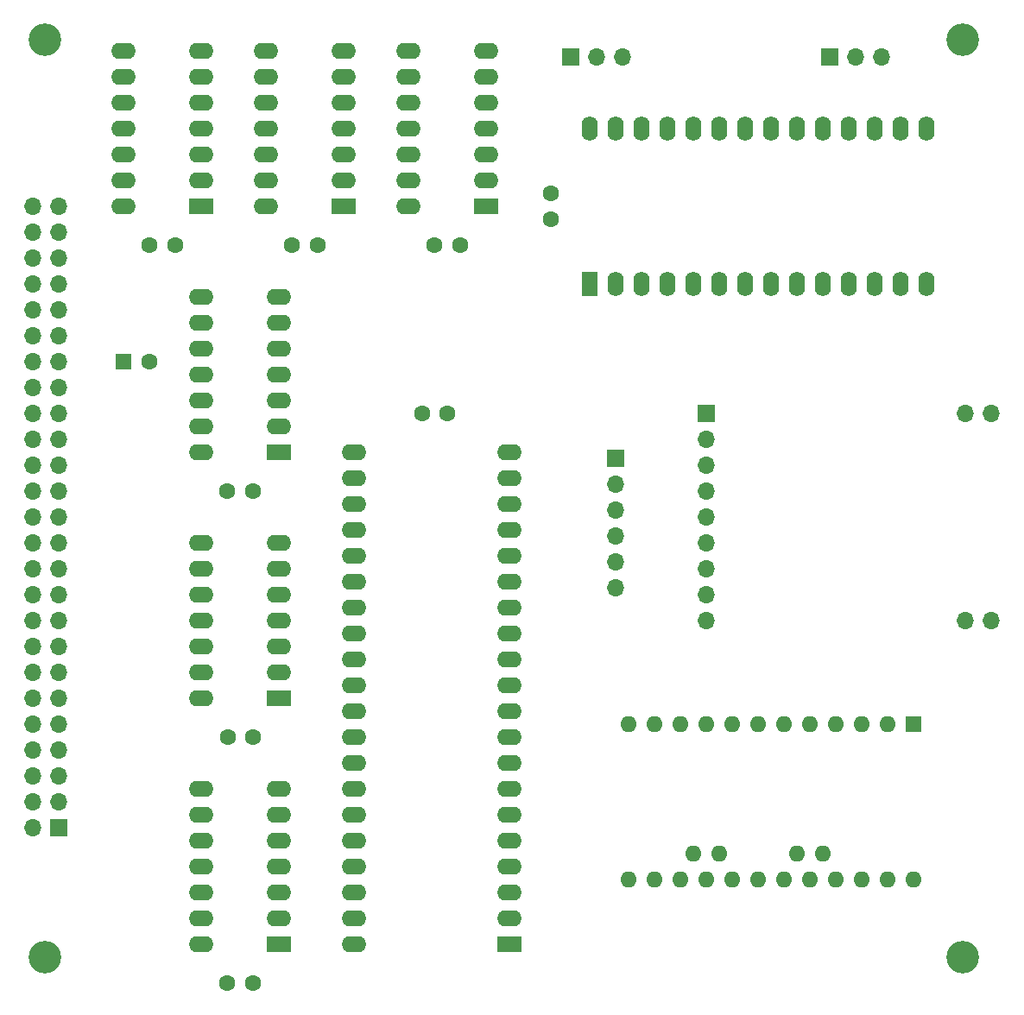
<source format=gts>
G04 #@! TF.GenerationSoftware,KiCad,Pcbnew,(5.1.9)-1*
G04 #@! TF.CreationDate,2025-02-11T22:07:12+09:00*
G04 #@! TF.ProjectId,JR-200_SD,4a522d32-3030-45f5-9344-2e6b69636164,rev?*
G04 #@! TF.SameCoordinates,PX53920b0PY93c3260*
G04 #@! TF.FileFunction,Soldermask,Top*
G04 #@! TF.FilePolarity,Negative*
%FSLAX46Y46*%
G04 Gerber Fmt 4.6, Leading zero omitted, Abs format (unit mm)*
G04 Created by KiCad (PCBNEW (5.1.9)-1) date 2025-02-11 22:07:12*
%MOMM*%
%LPD*%
G01*
G04 APERTURE LIST*
%ADD10C,1.600000*%
%ADD11C,3.200000*%
%ADD12R,1.700000X1.700000*%
%ADD13O,1.700000X1.700000*%
%ADD14R,1.600000X1.600000*%
%ADD15O,1.600000X1.600000*%
%ADD16O,2.400000X1.600000*%
%ADD17R,2.400000X1.600000*%
%ADD18R,1.600000X2.400000*%
%ADD19O,1.600000X2.400000*%
G04 APERTURE END LIST*
D10*
X44450000Y58420000D03*
X41950000Y58420000D03*
X54610000Y77470000D03*
X54610000Y79970000D03*
D11*
X5000000Y95000000D03*
X95000000Y95000000D03*
X95000000Y5000000D03*
X5000000Y5000000D03*
D12*
X69850000Y58420000D03*
D13*
X69850000Y55880000D03*
X69850000Y53340000D03*
X69850000Y50800000D03*
X69850000Y48260000D03*
X69850000Y45720000D03*
X69850000Y43180000D03*
X69850000Y40640000D03*
X69850000Y38100000D03*
X97790000Y38100000D03*
X95250000Y38100000D03*
X97790000Y58420000D03*
X95250000Y58420000D03*
D14*
X90170000Y27940000D03*
D15*
X87630000Y27940000D03*
X85090000Y27940000D03*
X62230000Y12700000D03*
X82550000Y27940000D03*
X64770000Y12700000D03*
X80010000Y27940000D03*
X67310000Y12700000D03*
X77470000Y27940000D03*
X69850000Y12700000D03*
X74930000Y27940000D03*
X72390000Y12700000D03*
X72390000Y27940000D03*
X74930000Y12700000D03*
X69850000Y27940000D03*
X77470000Y12700000D03*
X67310000Y27940000D03*
X80010000Y12700000D03*
X64770000Y27940000D03*
X82550000Y12700000D03*
X62230000Y27940000D03*
X85090000Y12700000D03*
X87630000Y12700000D03*
X90170000Y12700000D03*
X81280000Y15240000D03*
X78740000Y15240000D03*
X71120000Y15240000D03*
X68580000Y15240000D03*
D12*
X60960000Y53975000D03*
D13*
X60960000Y51435000D03*
X60960000Y48895000D03*
X60960000Y46355000D03*
X60960000Y43815000D03*
X60960000Y41275000D03*
D12*
X6350000Y17780000D03*
D13*
X3810000Y17780000D03*
X6350000Y20320000D03*
X3810000Y20320000D03*
X6350000Y22860000D03*
X3810000Y22860000D03*
X6350000Y25400000D03*
X3810000Y25400000D03*
X6350000Y27940000D03*
X3810000Y27940000D03*
X6350000Y30480000D03*
X3810000Y30480000D03*
X6350000Y33020000D03*
X3810000Y33020000D03*
X6350000Y35560000D03*
X3810000Y35560000D03*
X6350000Y38100000D03*
X3810000Y38100000D03*
X6350000Y40640000D03*
X3810000Y40640000D03*
X6350000Y43180000D03*
X3810000Y43180000D03*
X6350000Y45720000D03*
X3810000Y45720000D03*
X6350000Y48260000D03*
X3810000Y48260000D03*
X6350000Y50800000D03*
X3810000Y50800000D03*
X6350000Y53340000D03*
X3810000Y53340000D03*
X6350000Y55880000D03*
X3810000Y55880000D03*
X6350000Y58420000D03*
X3810000Y58420000D03*
X6350000Y60960000D03*
X3810000Y60960000D03*
X6350000Y63500000D03*
X3810000Y63500000D03*
X6350000Y66040000D03*
X3810000Y66040000D03*
X6350000Y68580000D03*
X3810000Y68580000D03*
X6350000Y71120000D03*
X3810000Y71120000D03*
X6350000Y73660000D03*
X3810000Y73660000D03*
X6350000Y76200000D03*
X3810000Y76200000D03*
X6350000Y78740000D03*
X3810000Y78740000D03*
D14*
X12700000Y63500000D03*
D10*
X15200000Y63500000D03*
D16*
X20320000Y30480000D03*
X27940000Y45720000D03*
X20320000Y33020000D03*
X27940000Y43180000D03*
X20320000Y35560000D03*
X27940000Y40640000D03*
X20320000Y38100000D03*
X27940000Y38100000D03*
X20320000Y40640000D03*
X27940000Y35560000D03*
X20320000Y43180000D03*
X27940000Y33020000D03*
X20320000Y45720000D03*
D17*
X27940000Y30480000D03*
X27940000Y54610000D03*
D16*
X20320000Y69850000D03*
X27940000Y57150000D03*
X20320000Y67310000D03*
X27940000Y59690000D03*
X20320000Y64770000D03*
X27940000Y62230000D03*
X20320000Y62230000D03*
X27940000Y64770000D03*
X20320000Y59690000D03*
X27940000Y67310000D03*
X20320000Y57150000D03*
X27940000Y69850000D03*
X20320000Y54610000D03*
D17*
X34290000Y78740000D03*
D16*
X26670000Y93980000D03*
X34290000Y81280000D03*
X26670000Y91440000D03*
X34290000Y83820000D03*
X26670000Y88900000D03*
X34290000Y86360000D03*
X26670000Y86360000D03*
X34290000Y88900000D03*
X26670000Y83820000D03*
X34290000Y91440000D03*
X26670000Y81280000D03*
X34290000Y93980000D03*
X26670000Y78740000D03*
X20320000Y6350000D03*
X27940000Y21590000D03*
X20320000Y8890000D03*
X27940000Y19050000D03*
X20320000Y11430000D03*
X27940000Y16510000D03*
X20320000Y13970000D03*
X27940000Y13970000D03*
X20320000Y16510000D03*
X27940000Y11430000D03*
X20320000Y19050000D03*
X27940000Y8890000D03*
X20320000Y21590000D03*
D17*
X27940000Y6350000D03*
D16*
X12700000Y78740000D03*
X20320000Y93980000D03*
X12700000Y81280000D03*
X20320000Y91440000D03*
X12700000Y83820000D03*
X20320000Y88900000D03*
X12700000Y86360000D03*
X20320000Y86360000D03*
X12700000Y88900000D03*
X20320000Y83820000D03*
X12700000Y91440000D03*
X20320000Y81280000D03*
X12700000Y93980000D03*
D17*
X20320000Y78740000D03*
D10*
X22860000Y50800000D03*
X25360000Y50800000D03*
X22860000Y2540000D03*
X25360000Y2540000D03*
X15240000Y74930000D03*
X17740000Y74930000D03*
X25400000Y26670000D03*
X22900000Y26670000D03*
X29210000Y74930000D03*
X31710000Y74930000D03*
X45680000Y74930000D03*
X43180000Y74930000D03*
D12*
X56515000Y93345000D03*
D13*
X59055000Y93345000D03*
X61595000Y93345000D03*
X86995000Y93345000D03*
X84455000Y93345000D03*
D12*
X81915000Y93345000D03*
D18*
X58420000Y71120000D03*
D19*
X91440000Y86360000D03*
X60960000Y71120000D03*
X88900000Y86360000D03*
X63500000Y71120000D03*
X86360000Y86360000D03*
X66040000Y71120000D03*
X83820000Y86360000D03*
X68580000Y71120000D03*
X81280000Y86360000D03*
X71120000Y71120000D03*
X78740000Y86360000D03*
X73660000Y71120000D03*
X76200000Y86360000D03*
X76200000Y71120000D03*
X73660000Y86360000D03*
X78740000Y71120000D03*
X71120000Y86360000D03*
X81280000Y71120000D03*
X68580000Y86360000D03*
X83820000Y71120000D03*
X66040000Y86360000D03*
X86360000Y71120000D03*
X63500000Y86360000D03*
X88900000Y71120000D03*
X60960000Y86360000D03*
X91440000Y71120000D03*
X58420000Y86360000D03*
D17*
X50500000Y6350000D03*
D16*
X35260000Y54610000D03*
X50500000Y8890000D03*
X35260000Y52070000D03*
X50500000Y11430000D03*
X35260000Y49530000D03*
X50500000Y13970000D03*
X35260000Y46990000D03*
X50500000Y16510000D03*
X35260000Y44450000D03*
X50500000Y19050000D03*
X35260000Y41910000D03*
X50500000Y21590000D03*
X35260000Y39370000D03*
X50500000Y24130000D03*
X35260000Y36830000D03*
X50500000Y26670000D03*
X35260000Y34290000D03*
X50500000Y29210000D03*
X35260000Y31750000D03*
X50500000Y31750000D03*
X35260000Y29210000D03*
X50500000Y34290000D03*
X35260000Y26670000D03*
X50500000Y36830000D03*
X35260000Y24130000D03*
X50500000Y39370000D03*
X35260000Y21590000D03*
X50500000Y41910000D03*
X35260000Y19050000D03*
X50500000Y44450000D03*
X35260000Y16510000D03*
X50500000Y46990000D03*
X35260000Y13970000D03*
X50500000Y49530000D03*
X35260000Y11430000D03*
X50500000Y52070000D03*
X35260000Y8890000D03*
X50500000Y54610000D03*
X35260000Y6350000D03*
D17*
X48260000Y78740000D03*
D16*
X40640000Y93980000D03*
X48260000Y81280000D03*
X40640000Y91440000D03*
X48260000Y83820000D03*
X40640000Y88900000D03*
X48260000Y86360000D03*
X40640000Y86360000D03*
X48260000Y88900000D03*
X40640000Y83820000D03*
X48260000Y91440000D03*
X40640000Y81280000D03*
X48260000Y93980000D03*
X40640000Y78740000D03*
M02*

</source>
